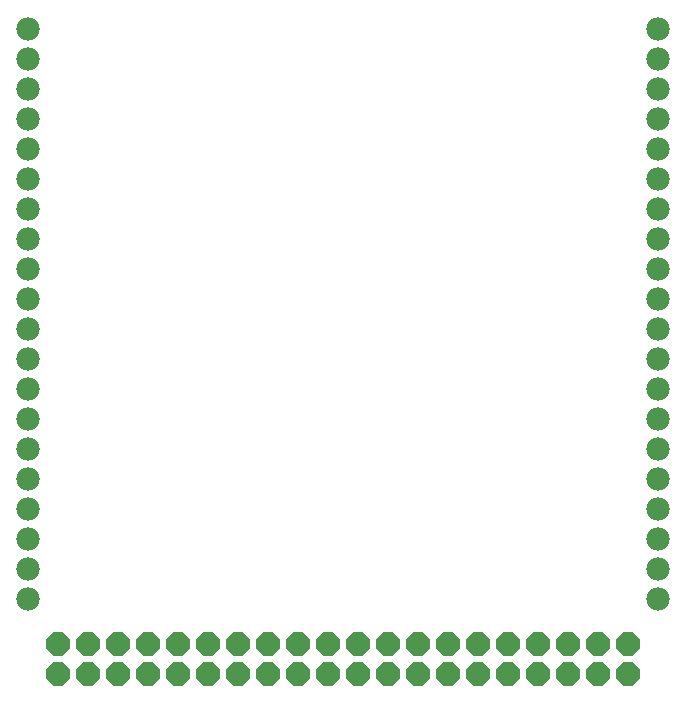
<source format=gbr>
G04 EAGLE Gerber RS-274X export*
G75*
%MOMM*%
%FSLAX34Y34*%
%LPD*%
%INSoldermask Bottom*%
%IPPOS*%
%AMOC8*
5,1,8,0,0,1.08239X$1,22.5*%
G01*
%ADD10P,2.144431X8X22.500000*%
%ADD11C,1.981200*%


D10*
X-241300Y-38100D03*
X-241300Y-12700D03*
X-215900Y-38100D03*
X-215900Y-12700D03*
X-190500Y-38100D03*
X-190500Y-12700D03*
X-165100Y-38100D03*
X-165100Y-12700D03*
X-139700Y-38100D03*
X-139700Y-12700D03*
X-114300Y-38100D03*
X-114300Y-12700D03*
X-88900Y-38100D03*
X-88900Y-12700D03*
X-63500Y-38100D03*
X-63500Y-12700D03*
X-38100Y-38100D03*
X-38100Y-12700D03*
X-12700Y-38100D03*
X-12700Y-12700D03*
X12700Y-38100D03*
X12700Y-12700D03*
X38100Y-38100D03*
X38100Y-12700D03*
X63500Y-38100D03*
X63500Y-12700D03*
X88900Y-38100D03*
X88900Y-12700D03*
X114300Y-38100D03*
X114300Y-12700D03*
X139700Y-38100D03*
X139700Y-12700D03*
X165100Y-38100D03*
X165100Y-12700D03*
X190500Y-38100D03*
X190500Y-12700D03*
X215900Y-38100D03*
X215900Y-12700D03*
X241300Y-38100D03*
X241300Y-12700D03*
D11*
X-266700Y25400D03*
X-266700Y50800D03*
X-266700Y76200D03*
X-266700Y101600D03*
X-266700Y127000D03*
X-266700Y152400D03*
X-266700Y177800D03*
X-266700Y203200D03*
X-266700Y228600D03*
X-266700Y254000D03*
X-266700Y279400D03*
X-266700Y304800D03*
X-266700Y330200D03*
X-266700Y355600D03*
X-266700Y381000D03*
X-266700Y406400D03*
X-266700Y431800D03*
X-266700Y457200D03*
X-266700Y482600D03*
X-266700Y508000D03*
X266700Y508000D03*
X266700Y482600D03*
X266700Y457200D03*
X266700Y431800D03*
X266700Y406400D03*
X266700Y381000D03*
X266700Y355600D03*
X266700Y330200D03*
X266700Y304800D03*
X266700Y279400D03*
X266700Y254000D03*
X266700Y228600D03*
X266700Y203200D03*
X266700Y177800D03*
X266700Y152400D03*
X266700Y127000D03*
X266700Y101600D03*
X266700Y76200D03*
X266700Y50800D03*
X266700Y25400D03*
M02*

</source>
